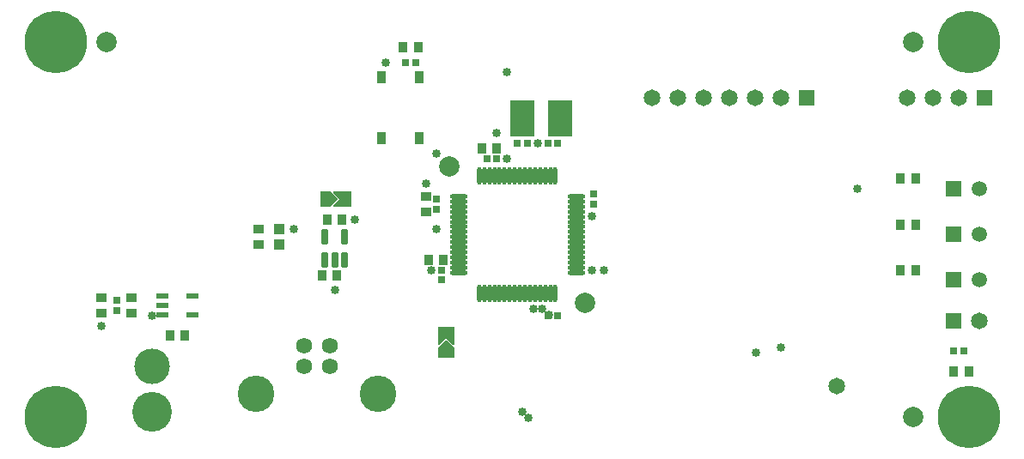
<source format=gts>
G04*
G04 #@! TF.GenerationSoftware,Altium Limited,Altium Designer,22.11.1 (43)*
G04*
G04 Layer_Color=8388736*
%FSLAX25Y25*%
%MOIN*%
G70*
G04*
G04 #@! TF.SameCoordinates,20756010-ACC5-4C0E-8554-74307577B851*
G04*
G04*
G04 #@! TF.FilePolarity,Negative*
G04*
G01*
G75*
%ADD27R,0.04650X0.02000*%
%ADD31R,0.03347X0.04134*%
%ADD32R,0.02953X0.02559*%
%ADD33R,0.04134X0.03347*%
%ADD34R,0.02559X0.02953*%
%ADD35C,0.07874*%
%ADD36R,0.04331X0.04134*%
G04:AMPARAMS|DCode=37|XSize=61.81mil|YSize=28.74mil|CornerRadius=5.81mil|HoleSize=0mil|Usage=FLASHONLY|Rotation=90.000|XOffset=0mil|YOffset=0mil|HoleType=Round|Shape=RoundedRectangle|*
%AMROUNDEDRECTD37*
21,1,0.06181,0.01713,0,0,90.0*
21,1,0.05020,0.02874,0,0,90.0*
1,1,0.01161,0.00856,0.02510*
1,1,0.01161,0.00856,-0.02510*
1,1,0.01161,-0.00856,-0.02510*
1,1,0.01161,-0.00856,0.02510*
%
%ADD37ROUNDEDRECTD37*%
%ADD38R,0.09449X0.13976*%
%ADD39R,0.03543X0.04528*%
%ADD40O,0.01772X0.06890*%
%ADD41O,0.06890X0.01772*%
%ADD42C,0.15413*%
%ADD43C,0.13819*%
%ADD44R,0.06496X0.06496*%
%ADD45C,0.06496*%
%ADD46R,0.05937X0.05937*%
%ADD47C,0.05937*%
%ADD48C,0.24213*%
%ADD49C,0.06224*%
%ADD50C,0.14173*%
%ADD51C,0.03347*%
G36*
X170131Y50791D02*
X170183Y50781D01*
X170232Y50764D01*
X170279Y50741D01*
X170323Y50712D01*
X170362Y50677D01*
X170397Y50638D01*
X170426Y50594D01*
X170449Y50547D01*
X170466Y50497D01*
X170476Y50446D01*
X170480Y50394D01*
Y44094D01*
X170476Y44042D01*
X170466Y43991D01*
X170449Y43941D01*
X170426Y43894D01*
X170397Y43850D01*
X170362Y43811D01*
X170323Y43777D01*
X170279Y43747D01*
X170232Y43724D01*
X170183Y43707D01*
X170131Y43697D01*
X170079Y43694D01*
X170026Y43697D01*
X169975Y43707D01*
X169925Y43724D01*
X169878Y43747D01*
X169835Y43777D01*
X169795Y43811D01*
X167323Y46284D01*
X164850Y43811D01*
X164811Y43777D01*
X164767Y43747D01*
X164720Y43724D01*
X164671Y43707D01*
X164619Y43697D01*
X164567Y43694D01*
X164515Y43697D01*
X164463Y43707D01*
X164413Y43724D01*
X164366Y43747D01*
X164323Y43777D01*
X164284Y43811D01*
X164249Y43850D01*
X164220Y43894D01*
X164197Y43941D01*
X164180Y43991D01*
X164170Y44042D01*
X164166Y44094D01*
Y50394D01*
X164170Y50446D01*
X164180Y50497D01*
X164197Y50547D01*
X164220Y50594D01*
X164249Y50638D01*
X164284Y50677D01*
X164323Y50712D01*
X164366Y50741D01*
X164413Y50764D01*
X164463Y50781D01*
X164515Y50791D01*
X164567Y50795D01*
X170079D01*
X170131Y50791D01*
D02*
G37*
G36*
X167375Y45476D02*
X167427Y45466D01*
X167476Y45449D01*
X167523Y45426D01*
X167567Y45397D01*
X167606Y45362D01*
X170362Y42606D01*
X170397Y42567D01*
X170426Y42523D01*
X170449Y42476D01*
X170466Y42427D01*
X170476Y42375D01*
X170480Y42323D01*
Y39173D01*
X170476Y39121D01*
X170466Y39070D01*
X170449Y39020D01*
X170426Y38973D01*
X170397Y38929D01*
X170362Y38890D01*
X170323Y38855D01*
X170279Y38826D01*
X170232Y38803D01*
X170183Y38786D01*
X170131Y38776D01*
X170079Y38772D01*
X164567D01*
X164515Y38776D01*
X164463Y38786D01*
X164413Y38803D01*
X164366Y38826D01*
X164323Y38855D01*
X164284Y38890D01*
X164249Y38929D01*
X164220Y38973D01*
X164197Y39020D01*
X164180Y39070D01*
X164170Y39121D01*
X164166Y39173D01*
Y42323D01*
X164170Y42375D01*
X164180Y42427D01*
X164197Y42476D01*
X164220Y42523D01*
X164249Y42567D01*
X164284Y42606D01*
X167039Y45362D01*
X167079Y45397D01*
X167122Y45426D01*
X167154Y45441D01*
X167169Y45449D01*
X167219Y45466D01*
X167271Y45476D01*
X167323Y45480D01*
X167375Y45476D01*
D02*
G37*
G36*
X130170Y103547D02*
X130222Y103537D01*
X130271Y103520D01*
X130318Y103497D01*
X130362Y103468D01*
X130402Y103433D01*
X130436Y103394D01*
X130465Y103350D01*
X130489Y103303D01*
X130505Y103253D01*
X130516Y103202D01*
X130519Y103150D01*
Y97638D01*
X130516Y97585D01*
X130505Y97534D01*
X130489Y97484D01*
X130465Y97437D01*
X130436Y97394D01*
X130402Y97354D01*
X130362Y97320D01*
X130318Y97291D01*
X130271Y97267D01*
X130222Y97251D01*
X130170Y97240D01*
X130118Y97237D01*
X123819D01*
X123767Y97240D01*
X123715Y97251D01*
X123665Y97267D01*
X123618Y97291D01*
X123575Y97320D01*
X123535Y97354D01*
X123501Y97394D01*
X123472Y97437D01*
X123449Y97484D01*
X123432Y97534D01*
X123422Y97585D01*
X123418Y97638D01*
X123422Y97690D01*
X123432Y97742D01*
X123449Y97791D01*
X123472Y97838D01*
X123501Y97882D01*
X123535Y97921D01*
X126008Y100394D01*
X123535Y102866D01*
X123501Y102906D01*
X123472Y102949D01*
X123449Y102996D01*
X123432Y103046D01*
X123422Y103097D01*
X123418Y103150D01*
X123422Y103202D01*
X123432Y103253D01*
X123449Y103303D01*
X123472Y103350D01*
X123501Y103394D01*
X123535Y103433D01*
X123575Y103468D01*
X123618Y103497D01*
X123665Y103520D01*
X123715Y103537D01*
X123767Y103547D01*
X123819Y103551D01*
X130118D01*
X130170Y103547D01*
D02*
G37*
G36*
X122100D02*
X122151Y103537D01*
X122201Y103520D01*
X122248Y103497D01*
X122291Y103468D01*
X122331Y103433D01*
X125087Y100677D01*
X125121Y100638D01*
X125150Y100594D01*
X125166Y100563D01*
X125173Y100547D01*
X125190Y100497D01*
X125201Y100446D01*
X125204Y100394D01*
X125201Y100341D01*
X125190Y100290D01*
X125173Y100240D01*
X125150Y100193D01*
X125121Y100150D01*
X125087Y100110D01*
X122331Y97354D01*
X122291Y97320D01*
X122248Y97291D01*
X122201Y97267D01*
X122151Y97251D01*
X122100Y97240D01*
X122047Y97237D01*
X118898D01*
X118845Y97240D01*
X118794Y97251D01*
X118744Y97267D01*
X118697Y97291D01*
X118654Y97320D01*
X118614Y97354D01*
X118580Y97394D01*
X118551Y97437D01*
X118527Y97484D01*
X118510Y97534D01*
X118500Y97585D01*
X118497Y97638D01*
Y103150D01*
X118500Y103202D01*
X118510Y103253D01*
X118527Y103303D01*
X118551Y103350D01*
X118580Y103394D01*
X118614Y103433D01*
X118654Y103468D01*
X118697Y103497D01*
X118744Y103520D01*
X118794Y103537D01*
X118845Y103547D01*
X118898Y103551D01*
X122047D01*
X122100Y103547D01*
D02*
G37*
D27*
X57217Y62795D02*
D03*
Y59055D02*
D03*
Y55315D02*
D03*
X68767D02*
D03*
Y62795D02*
D03*
D31*
X166339Y76772D02*
D03*
X160433D02*
D03*
X65945Y47244D02*
D03*
X60039D02*
D03*
X370079Y33465D02*
D03*
X364173D02*
D03*
X349409Y108268D02*
D03*
X343504D02*
D03*
X349409Y90551D02*
D03*
X343504D02*
D03*
X349409Y72835D02*
D03*
X343504D02*
D03*
X150591Y159449D02*
D03*
X156496D02*
D03*
X126969Y92520D02*
D03*
X121063D02*
D03*
X125000Y70866D02*
D03*
X119095D02*
D03*
X187008Y120079D02*
D03*
X181102D02*
D03*
D32*
X210630Y55118D02*
D03*
X206693D02*
D03*
X155512Y153543D02*
D03*
X151575D02*
D03*
X364173Y41339D02*
D03*
X368110D02*
D03*
X183071Y116142D02*
D03*
X187008D02*
D03*
X198819Y122047D02*
D03*
X194882D02*
D03*
X206693Y122047D02*
D03*
X210630D02*
D03*
D33*
X94488Y88583D02*
D03*
Y82677D02*
D03*
X45276Y62008D02*
D03*
Y56102D02*
D03*
X33465Y56102D02*
D03*
Y62008D02*
D03*
X159449Y101378D02*
D03*
Y95472D02*
D03*
D34*
X39370Y61024D02*
D03*
Y57087D02*
D03*
X163386Y96457D02*
D03*
Y100394D02*
D03*
X224410Y102362D02*
D03*
Y98425D02*
D03*
X165354Y68898D02*
D03*
Y72835D02*
D03*
D35*
X168565Y113023D02*
D03*
X221237Y60101D02*
D03*
X348425Y15748D02*
D03*
Y161417D02*
D03*
X35433D02*
D03*
D36*
X102362Y82677D02*
D03*
Y88583D02*
D03*
D37*
X120276Y85787D02*
D03*
X127756D02*
D03*
Y76772D02*
D03*
X124016D02*
D03*
X120276D02*
D03*
D38*
X211417Y131890D02*
D03*
X196850D02*
D03*
D39*
X156988Y147638D02*
D03*
Y124016D02*
D03*
X142224Y147638D02*
D03*
Y124016D02*
D03*
D40*
X209646Y109449D02*
D03*
X207677D02*
D03*
X205709D02*
D03*
X203740D02*
D03*
X201772D02*
D03*
X199803D02*
D03*
X197835D02*
D03*
X195866D02*
D03*
X193898D02*
D03*
X191929D02*
D03*
X189961D02*
D03*
X187992D02*
D03*
X186024D02*
D03*
X184055D02*
D03*
X182087D02*
D03*
X180118D02*
D03*
Y63779D02*
D03*
X182087D02*
D03*
X184055D02*
D03*
X186024D02*
D03*
X187992D02*
D03*
X189961D02*
D03*
X191929D02*
D03*
X193898D02*
D03*
X195866D02*
D03*
X197835D02*
D03*
X199803D02*
D03*
X201772D02*
D03*
X203740D02*
D03*
X205709D02*
D03*
X207677D02*
D03*
X209646D02*
D03*
D41*
X172047Y101378D02*
D03*
Y99409D02*
D03*
Y97441D02*
D03*
Y95472D02*
D03*
Y93504D02*
D03*
Y91535D02*
D03*
Y89567D02*
D03*
Y87598D02*
D03*
Y85630D02*
D03*
Y83661D02*
D03*
Y81693D02*
D03*
Y79724D02*
D03*
Y77756D02*
D03*
Y75787D02*
D03*
Y73819D02*
D03*
Y71850D02*
D03*
X217717D02*
D03*
Y73819D02*
D03*
Y75787D02*
D03*
Y77756D02*
D03*
Y79724D02*
D03*
Y81693D02*
D03*
Y83661D02*
D03*
Y85630D02*
D03*
Y87598D02*
D03*
Y89567D02*
D03*
Y91535D02*
D03*
Y93504D02*
D03*
Y95472D02*
D03*
Y97441D02*
D03*
Y99409D02*
D03*
Y101378D02*
D03*
D42*
X53150Y17717D02*
D03*
D43*
Y35433D02*
D03*
D44*
X364016Y53150D02*
D03*
X376299Y139764D02*
D03*
X307244D02*
D03*
D45*
X374016Y53150D02*
D03*
X346299Y139764D02*
D03*
X356299D02*
D03*
X366299D02*
D03*
X247244D02*
D03*
X257244D02*
D03*
X267244D02*
D03*
X277244D02*
D03*
X297244D02*
D03*
X287244D02*
D03*
X318898Y27559D02*
D03*
D46*
X364016Y104331D02*
D03*
Y86614D02*
D03*
Y68898D02*
D03*
D47*
X374016Y104331D02*
D03*
Y86614D02*
D03*
Y68898D02*
D03*
D48*
X15748Y161417D02*
D03*
X370079D02*
D03*
Y15748D02*
D03*
X15748D02*
D03*
D49*
X122047Y43307D02*
D03*
X112205D02*
D03*
Y35433D02*
D03*
X122047D02*
D03*
D50*
X93425Y24764D02*
D03*
X140827D02*
D03*
D51*
X161417Y72835D02*
D03*
X163386Y118110D02*
D03*
X159449Y106299D02*
D03*
X326772Y104331D02*
D03*
X196850Y17717D02*
D03*
X163386Y88583D02*
D03*
X190945Y149606D02*
D03*
X228346Y72835D02*
D03*
X223909D02*
D03*
Y93588D02*
D03*
X297244Y42807D02*
D03*
X287402Y40839D02*
D03*
X201223Y57597D02*
D03*
X207102Y55331D02*
D03*
X204478Y57670D02*
D03*
X199153Y15414D02*
D03*
X108268Y88583D02*
D03*
X131890Y92520D02*
D03*
X124016Y64961D02*
D03*
X53150Y55118D02*
D03*
X33465Y51181D02*
D03*
X143701Y153543D02*
D03*
X190945Y116142D02*
D03*
X202756Y122047D02*
D03*
X187008Y125984D02*
D03*
M02*

</source>
